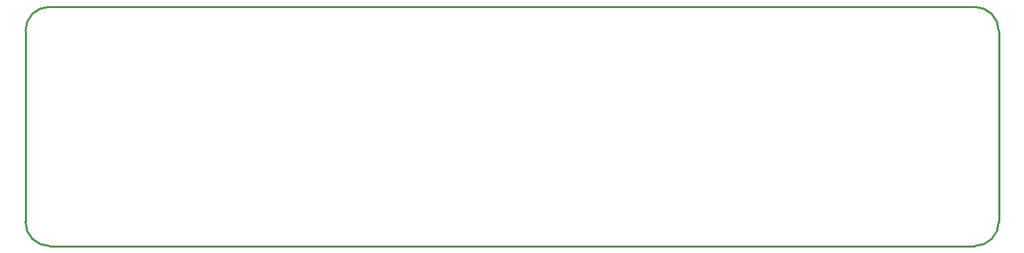
<source format=gko>
G04 Layer: BoardOutlineLayer*
G04 EasyEDA v6.5.22, 2022-12-11 09:51:38*
G04 e12cfe8ce6ad4c4799b389a6830ee86a,10*
G04 Gerber Generator version 0.2*
G04 Scale: 100 percent, Rotated: No, Reflected: No *
G04 Dimensions in millimeters *
G04 leading zeros omitted , absolute positions ,4 integer and 5 decimal *
%FSLAX45Y45*%
%MOMM*%

%ADD10C,0.2540*%
D10*
X11899973Y0D02*
G01*
X299999Y0D01*
X0Y299999D02*
G01*
X0Y2699994D01*
X12199975Y2699994D02*
G01*
X12199975Y299999D01*
X299999Y2999994D02*
G01*
X11899976Y2999994D01*
G75*
G01*
X11899976Y2999994D02*
G02*
X12199976Y2699995I0J-299999D01*
G75*
G01*
X12199976Y299999D02*
G02*
X11899976Y0I-300000J0D01*
G75*
G01*
X299999Y0D02*
G02*
X0Y299999I0J299999D01*
G75*
G01*
X0Y2699995D02*
G02*
X299999Y2999994I299999J0D01*

%LPD*%
M02*

</source>
